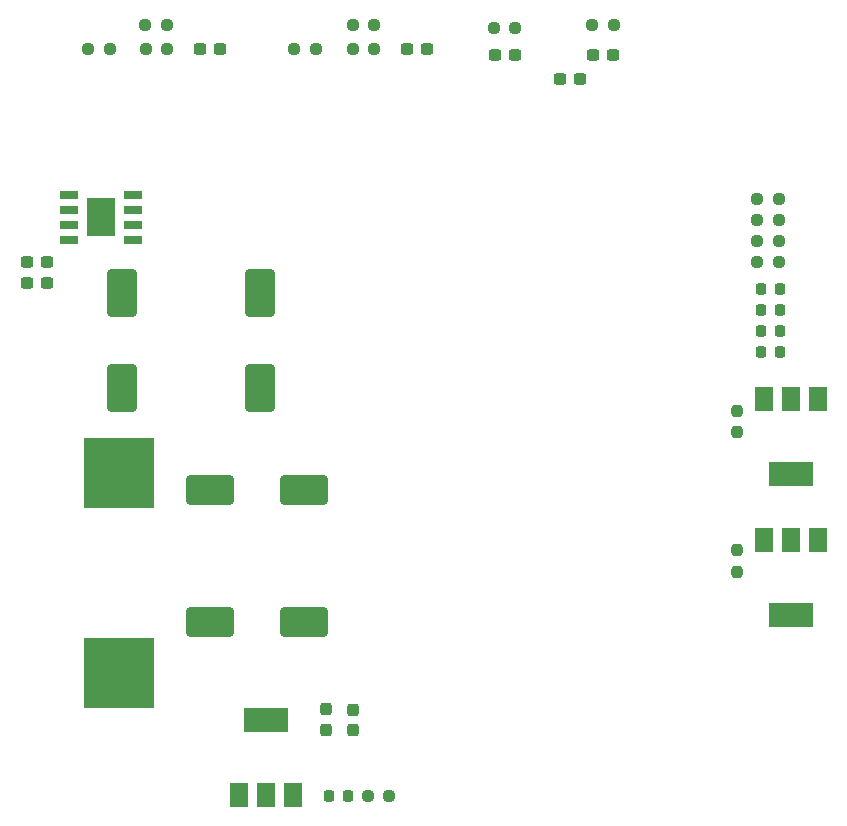
<source format=gtp>
G04 #@! TF.GenerationSoftware,KiCad,Pcbnew,7.0.1*
G04 #@! TF.CreationDate,2023-03-29T21:51:57+02:00*
G04 #@! TF.ProjectId,Kallebol_elevation,4b616c6c-6562-46f6-9c5f-656c65766174,rev?*
G04 #@! TF.SameCoordinates,Original*
G04 #@! TF.FileFunction,Paste,Top*
G04 #@! TF.FilePolarity,Positive*
%FSLAX46Y46*%
G04 Gerber Fmt 4.6, Leading zero omitted, Abs format (unit mm)*
G04 Created by KiCad (PCBNEW 7.0.1) date 2023-03-29 21:51:57*
%MOMM*%
%LPD*%
G01*
G04 APERTURE LIST*
G04 Aperture macros list*
%AMRoundRect*
0 Rectangle with rounded corners*
0 $1 Rounding radius*
0 $2 $3 $4 $5 $6 $7 $8 $9 X,Y pos of 4 corners*
0 Add a 4 corners polygon primitive as box body*
4,1,4,$2,$3,$4,$5,$6,$7,$8,$9,$2,$3,0*
0 Add four circle primitives for the rounded corners*
1,1,$1+$1,$2,$3*
1,1,$1+$1,$4,$5*
1,1,$1+$1,$6,$7*
1,1,$1+$1,$8,$9*
0 Add four rect primitives between the rounded corners*
20,1,$1+$1,$2,$3,$4,$5,0*
20,1,$1+$1,$4,$5,$6,$7,0*
20,1,$1+$1,$6,$7,$8,$9,0*
20,1,$1+$1,$8,$9,$2,$3,0*%
G04 Aperture macros list end*
%ADD10RoundRect,0.237500X0.250000X0.237500X-0.250000X0.237500X-0.250000X-0.237500X0.250000X-0.237500X0*%
%ADD11R,1.500000X2.000000*%
%ADD12R,3.800000X2.000000*%
%ADD13RoundRect,0.237500X-0.250000X-0.237500X0.250000X-0.237500X0.250000X0.237500X-0.250000X0.237500X0*%
%ADD14RoundRect,0.237500X0.300000X0.237500X-0.300000X0.237500X-0.300000X-0.237500X0.300000X-0.237500X0*%
%ADD15RoundRect,0.250000X1.750000X1.000000X-1.750000X1.000000X-1.750000X-1.000000X1.750000X-1.000000X0*%
%ADD16RoundRect,0.218750X0.218750X0.256250X-0.218750X0.256250X-0.218750X-0.256250X0.218750X-0.256250X0*%
%ADD17R,1.525000X0.700000*%
%ADD18R,2.400000X3.200000*%
%ADD19R,6.000000X6.000000*%
%ADD20RoundRect,0.237500X-0.300000X-0.237500X0.300000X-0.237500X0.300000X0.237500X-0.300000X0.237500X0*%
%ADD21RoundRect,0.237500X-0.237500X0.250000X-0.237500X-0.250000X0.237500X-0.250000X0.237500X0.250000X0*%
%ADD22RoundRect,0.237500X0.237500X-0.300000X0.237500X0.300000X-0.237500X0.300000X-0.237500X-0.300000X0*%
%ADD23RoundRect,0.250000X1.000000X-1.750000X1.000000X1.750000X-1.000000X1.750000X-1.000000X-1.750000X0*%
G04 APERTURE END LIST*
D10*
X88185000Y-60706000D03*
X86360000Y-60706000D03*
D11*
X121130000Y-102260000D03*
D12*
X123430000Y-108560000D03*
D11*
X123430000Y-102260000D03*
X125730000Y-102260000D03*
D13*
X63961000Y-60706000D03*
X65786000Y-60706000D03*
D14*
X60452000Y-80518000D03*
X58727000Y-80518000D03*
D15*
X82232000Y-98044000D03*
X74232000Y-98044000D03*
D16*
X122479000Y-86360000D03*
X120904000Y-86360000D03*
D13*
X86360000Y-58674000D03*
X88185000Y-58674000D03*
D16*
X122479000Y-82804000D03*
X120904000Y-82804000D03*
X122479000Y-84582000D03*
X120904000Y-84582000D03*
X122479000Y-81026000D03*
X120904000Y-81026000D03*
D17*
X62312000Y-73025000D03*
X62312000Y-74295000D03*
X62312000Y-75565000D03*
X62312000Y-76835000D03*
X67736000Y-76835000D03*
X67736000Y-75565000D03*
X67736000Y-74295000D03*
X67736000Y-73025000D03*
D18*
X65024000Y-74930000D03*
D10*
X122428000Y-76962000D03*
X120603000Y-76962000D03*
D14*
X92657000Y-60706000D03*
X90932000Y-60706000D03*
X100076000Y-61214000D03*
X98351000Y-61214000D03*
D19*
X66548000Y-113538000D03*
X66548000Y-96538000D03*
D20*
X103886000Y-63246000D03*
X105611000Y-63246000D03*
X106680000Y-61214000D03*
X108405000Y-61214000D03*
D10*
X108458000Y-58674000D03*
X106633000Y-58674000D03*
D13*
X81383500Y-60706000D03*
X83208500Y-60706000D03*
D21*
X118872000Y-104949000D03*
X118872000Y-103124000D03*
D15*
X82232000Y-109220000D03*
X74232000Y-109220000D03*
D10*
X122428000Y-75184000D03*
X120603000Y-75184000D03*
D14*
X75131000Y-60706000D03*
X73406000Y-60706000D03*
X60452000Y-78740000D03*
X58727000Y-78740000D03*
D21*
X118872000Y-93114500D03*
X118872000Y-91289500D03*
D11*
X76694000Y-123800000D03*
X78994000Y-123800000D03*
D12*
X78994000Y-117500000D03*
D11*
X81294000Y-123800000D03*
D10*
X70659000Y-60706000D03*
X68834000Y-60706000D03*
D22*
X86360000Y-118364000D03*
X86360000Y-116639000D03*
D16*
X85903000Y-123952000D03*
X84328000Y-123952000D03*
D23*
X78486000Y-89344000D03*
X78486000Y-81344000D03*
D22*
X84074000Y-118311000D03*
X84074000Y-116586000D03*
D13*
X68787000Y-58674000D03*
X70612000Y-58674000D03*
D23*
X66802000Y-89344000D03*
X66802000Y-81344000D03*
D10*
X122428000Y-73406000D03*
X120603000Y-73406000D03*
D13*
X98298000Y-58928000D03*
X100123000Y-58928000D03*
X87630000Y-123952000D03*
X89455000Y-123952000D03*
D10*
X122428000Y-78740000D03*
X120603000Y-78740000D03*
D11*
X121144000Y-90322000D03*
D12*
X123444000Y-96622000D03*
D11*
X123444000Y-90322000D03*
X125744000Y-90322000D03*
M02*

</source>
